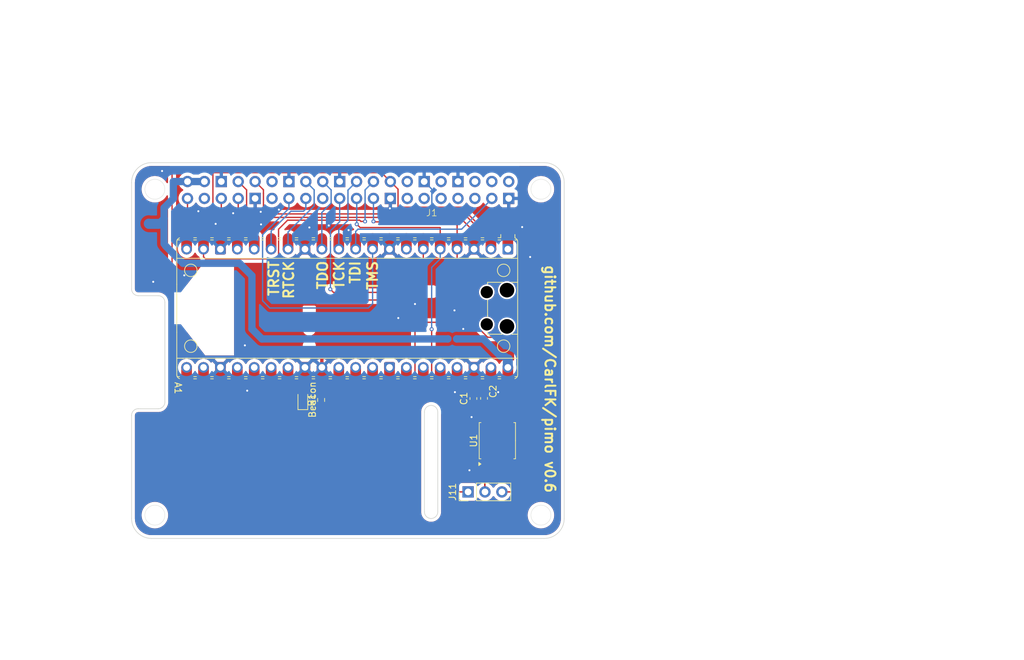
<source format=kicad_pcb>
(kicad_pcb (version 20241229) (generator "pcbnew") (generator_version "9.0")
  (layers (0 "F.Cu" signal) (2 "B.Cu" signal) (13 "F.Paste" user) (15 "B.Paste" user) (5 "F.SilkS" user "F.Silkscreen") (7 "B.SilkS" user "B.Silkscreen") (1 "F.Mask" user) (3 "B.Mask" user) (25 "Edge.Cuts" user))
  (net 0 "")
  (net 1 "/RPI_SPI_CLK")
  (net 2 "/RPI_SPI_MISO")
  (net 3 "unconnected-(A1-RUN-Pad30)")
  (net 5 "Net-(A1-GPIO18)")
  (net 7 "GND")
  (net 9 "/RPI_SPI_MOSI")
  (net 10 "/RPI_SPI_CE1")
  (net 11 "Net-(A1-GPIO16)")
  (net 12 "/RPI_SPI_CE0")
  (net 13 "/NC{slash}TDI")
  (net 15 "/RESET")
  (net 21 "/RTCK")
  (net 23 "unconnected-(A1-VBUS-Pad40)")
  (net 25 "Net-(J11-Pin_2)")
  (net 33 "/SWO{slash}TDO")
  (net 34 "Net-(A1-GPIO17)")
  (net 36 "unconnected-(J1-BCM27-Pad13)")
  (net 39 "/SWDIO{slash}TMS")
  (net 40 "Net-(A1-GPIO19)")
  (net 44 "/SWCLK{slash}TCK")
  (net 55 "/pico3v3")
  (net 58 "unconnected-(J1-BCM22-Pad15)")
  (net 63 "unconnected-(J1-3.3V-Pad1)")
  (net 66 "unconnected-(J1-BCM26-Pad37)")
  (net 67 "unconnected-(J1-BCM24-Pad18)")
  (net 68 "unconnected-(J1-BCM25-Pad22)")
  (footprint "Resistor_SMD:R_0603_1608Metric" (layer "F.Cu") (at 64.9 76.175 90)
    (property "Reference" "R1")
    (property "Value" "4.7k")
  )
  (footprint "LED_SMD:LED_0603_1608Metric" (layer "F.Cu") (at 62.15 76.1375 90)
    (property "Reference" "D1")
    (property "Value" "Beacon")
  )
  (footprint "Capacitor_SMD:C_0603_1608Metric_Pad1.08x0.95mm_HandSolder" (layer "F.Cu") (at 89.375 75.9375 90)
    (property "Reference" "C2")
    (property "Value" "1" (hide yes))
  )
  (footprint "Module_RaspberryPi_Pico:RaspberryPi_Pico_Common" (layer "F.Cu") (at 68.8175 62.39 -90)
    (property "Reference" "A1")
    (property "Value" "RaspberryPi_Pico")
  )
  (footprint "RPI_Hat:RPI_Hat_B+" (layer "F.Cu") (at 68.92 44.495)
    (property "Reference" "J1")
    (property "Value" "RPi_GPIO")
    (fp_line (start -32.5 -1) (end -32.5 15) (stroke (width 0.1)) (layer "Edge.Cuts"))
    (fp_line (start -32.5 34) (end -32.5 49.5) (stroke (width 0.1)) (layer "Edge.Cuts"))
    (fp_line (start -31.5 16) (end -28.5 16) (stroke (width 0.1)) (layer "Edge.Cuts"))
    (fp_line (start -31.5 33) (end -28.5 33) (stroke (width 0.1)) (layer "Edge.Cuts"))
    (fp_line (start -29.5 -4) (end 29.5 -4) (stroke (width 0.1)) (layer "Edge.Cuts"))
    (fp_line (start -29.5 52.5) (end 29.5 52.5) (stroke (width 0.1)) (layer "Edge.Cuts"))
    (fp_line (start -27.5 17) (end -27.5 32) (stroke (width 0.1)) (layer "Edge.Cuts"))
    (fp_line (start 11.5 33.5) (end 11.5 48.5) (stroke (width 0.1)) (layer "Edge.Cuts"))
    (fp_line (start 13.5 33.5) (end 13.5 48.5) (stroke (width 0.1)) (layer "Edge.Cuts"))
    (fp_line (start 32.5 -1) (end 32.5 49.5) (stroke (width 0.1)) (layer "Edge.Cuts"))
    (fp_arc (start -32.5 -1) (mid -31.62132 -3.12132) (end -29.5 -4) (stroke (width 0.1)) (layer "Edge.Cuts"))
    (fp_arc (start -32.5 34) (mid -32.207107 33.292893) (end -31.5 33) (stroke (width 0.1)) (layer "Edge.Cuts"))
    (fp_arc (start -31.5 16) (mid -32.207107 15.707107) (end -32.5 15) (stroke (width 0.1)) (layer "Edge.Cuts"))
    (fp_arc (start -29.5 52.5) (mid -31.62132 51.62132) (end -32.5 49.5) (stroke (width 0.1)) (layer "Edge.Cuts"))
    (fp_arc (start -28.5 16) (mid -27.792893 16.292893) (end -27.5 17) (stroke (width 0.1)) (layer "Edge.Cuts"))
    (fp_arc (start -27.5 32) (mid -27.792893 32.707107) (end -28.5 33) (stroke (width 0.1)) (layer "Edge.Cuts"))
    (fp_arc (start 11.5 33.5) (mid 12.5 32.5) (end 13.5 33.5) (stroke (width 0.1)) (layer "Edge.Cuts"))
    (fp_arc (start 13.5 48.5) (mid 12.5 49.5) (end 11.5 48.5) (stroke (width 0.1)) (layer "Edge.Cuts"))
    (fp_arc (start 29.5 -4) (mid 31.62132 -3.12132) (end 32.5 -1) (stroke (width 0.1)) (layer "Edge.Cuts"))
    (fp_arc (start 32.5 49.5) (mid 31.62132 51.62132) (end 29.5 52.5) (stroke (width 0.1)) (layer "Edge.Cuts"))
    (fp_circle (center -29 0) (end -30.500001 -0.000001) (stroke (width 0.05)) (fill no) (layer "Edge.Cuts"))
    (fp_circle (center -29 49) (end -30.500001 49.000001) (stroke (width 0.05)) (fill no) (layer "Edge.Cuts"))
    (fp_circle (center 29 0) (end 30.500001 -0.000001) (stroke (width 0.05)) (fill no) (layer "Edge.Cuts"))
    (fp_circle (center 29 49) (end 30.500001 49.000001) (stroke (width 0.05)) (fill no) (layer "Edge.Cuts"))
  )
  (footprint "Connector_PinHeader_2.54mm:PinHeader_1x03_P2.54mm_Vertical" (layer "F.Cu") (at 86.975 90 90)
    (property "Reference" "J11")
    (property "Value" "Conn_01x03_Pin")
  )
  (footprint "Package_SO:SOIC-8_5.23x5.23mm_P1.27mm" (layer "F.Cu") (at 91.375 82.3 90)
    (property "Reference" "U1")
    (property "Value" "W25Q32JVSS")
  )
  (footprint "Capacitor_SMD:C_0603_1608Metric_Pad1.08x0.95mm_HandSolder" (layer "F.Cu") (at 87.775 75.9625 90)
    (property "Reference" "C1")
    (property "Value" ".1" (hide yes))
  )
  (gr_text "github.com/CarlFK/pimo v0.6" (at 98.4 55.76 270) (layer "F.SilkS") (effects (font (size 1.5 1.5) (thickness 0.3) (bold yes)) (justify left bottom)))
  (gr_text "TCK" (at 68.48 59.65 90) (layer "F.SilkS") (effects (font (size 1.5 1.5) (thickness 0.3) (bold yes)) (justify left bottom)))
  (gr_text "TMS" (at 73.5 59.792857 90) (layer "F.SilkS") (effects (font (size 1.5 1.5) (thickness 0.3) (bold yes)) (justify left bottom)))
  (gr_text "TDO" (at 66 59.721429 90) (layer "F.SilkS") (effects (font (size 1.5 1.5) (thickness 0.3) (bold yes)) (justify left bottom)))
  (gr_text "TRST\n" (at 58.67 60.710178 90) (layer "F.SilkS") (effects (font (size 1.5 1.5) (thickness 0.3) (bold yes)) (justify left bottom)))
  (gr_text "RTCK" (at 60.91 61.15 90) (layer "F.SilkS") (effects (font (size 1.5 1.5) (thickness 0.3) (bold yes)) (justify left bottom)))
  (gr_text "TDI" (at 70.89 58.864286 90) (layer "F.SilkS") (effects (font (size 1.5 1.5) (thickness 0.3) (bold yes)) (justify left bottom)))
  (segment (start 53.6985 47.3285) (end 55.1 48.73) (width 0.2) (layer "F.Cu") (net 0))
  (segment (start 57.14 48.2) (end 86.375686 48.2) (width 0.2) (layer "F.Cu") (net 0))
  (segment (start 88.935686 50.76) (end 92.67 50.76) (width 0.2) (layer "F.Cu") (net 0))
  (segment (start 57.14 48.2) (end 56.31 47.37) (width 0.2) (layer "F.Cu") (net 0))
  (segment (start 49.9 47.75) (end 49.9 45.873) (width 0.2) (layer "F.Cu") (net 0))
  (segment (start 54.8475 53.5) (end 54.8475 50.0675) (width 0.2) (layer "F.Cu") (net 0))
  (segment (start 90.4075 52.0475) (end 89.59 51.23) (width 0.2) (layer "F.Cu") (net 0))
  (segment (start 92.9475 51.0375) (end 92.9475 53.5) (width 0.2) (layer "F.Cu") (net 0))
  (segment (start 87.789969 50.789969) (end 88.399969 50.789969) (width 0.2) (layer "F.Cu") (net 0))
  (segment (start 53.6985 44.5915) (end 53.6985 47.3285) (width 0.2) (layer "F.Cu") (net 0))
  (segment (start 88.84 51.23) (end 88.93 51.23) (width 0.2) (layer "F.Cu") (net 0))
  (segment (start 86.375686 48.2) (end 88.935686 50.76) (width 0.2) (layer "F.Cu") (net 0))
  (segment (start 56.595 47.655) (end 56.23 47.29) (width 0.2) (layer "F.Cu") (net 0))
  (segment (start 52.3075 50.1575) (end 49.9 47.75) (width 0.2) (layer "F.Cu") (net 0))
  (segment (start 56.37 47.43) (end 56.595 47.655) (width 0.2) (layer "F.Cu") (net 0))
  (segment (start 56.2135 44.5665) (end 56.23 44.583) (width 0.2) (layer "F.Cu") (net 0))
  (segment (start 54.8475 50.0675) (end 52.44 47.66) (width 0.2) (layer "F.Cu") (net 0))
  (segment (start 52.44 47.66) (end 52.44 45.873) (width 0.2) (layer "F.Cu") (net 0))
  (segment (start 54.98 43.333) (end 56.2135 44.5665) (width 0.2) (layer "F.Cu") (net 0))
  (segment (start 52.44 43.333) (end 53.6985 44.5915) (width 0.2) (layer "F.Cu") (net 0))
  (segment (start 89.59 51.23) (end 88.93 51.23) (width 0.2) (layer "F.Cu") (net 0))
  (segment (start 52.3075 53.5) (end 52.3075 50.1575) (width 0.2) (layer "F.Cu") (net 0))
  (segment (start 85.73 48.73) (end 87.789969 50.789969) (width 0.2) (layer "F.Cu") (net 0))
  (segment (start 90.4075 53.5) (end 90.4075 52.0475) (width 0.2) (layer "F.Cu") (net 0))
  (segment (start 56.23 47.29) (end 56.23 45.14) (width 0.2) (layer "F.Cu") (net 0))
  (segment (start 55.1 48.73) (end 85.73 48.73) (width 0.2) (layer "F.Cu") (net 0))
  (segment (start 92.67 50.76) (end 92.9475 51.0375) (width 0.2) (layer "F.Cu") (net 0))
  (segment (start 56.595 47.655) (end 57.14 48.2) (width 0.2) (layer "F.Cu") (net 0))
  (segment (start 88.399969 50.789969) (end 88.84 51.23) (width 0.2) (layer "F.Cu") (net 0))
  (segment (start 56.23 44.583) (end 56.23 45.14) (width 0.2) (layer "F.Cu") (net 0))
  (segment (start 44.82 43.333) (end 42.7 43.333) (width 1.1) (layer "B.Cu") (net 0))
  (segment (start 44.82 43.333) (end 47.36 43.333) (width 1.1) (layer "B.Cu") (net 0))
  (segment (start 39.04 49.7) (end 39 49.66) (width 1.5) (layer "B.Cu") (net 0))
  (segment (start 42.7 45.9) (end 41.3 47.3) (width 1.1) (layer "B.Cu") (net 0))
  (segment (start 52.625 55.625) (end 54.5 57.5) (width 1.1) (layer "B.Cu") (net 0))
  (segment (start 41.51 53) (end 44.135 55.625) (width 1.1) (layer "B.Cu") (net 0))
  (segment (start 40.5 49.7) (end 39.04 49.7) (width 1.5) (layer "B.Cu") (net 0))
  (segment (start 56 67) (end 83.93 67) (width 1.1) (layer "B.Cu") (net 0))
  (segment (start 41.3 48.9) (end 40.5 49.7) (width 1.1) (layer "B.Cu") (net 0))
  (segment (start 83.93 67) (end 83.95 66.98) (width 1.1) (layer "B.Cu") (net 0))
  (segment (start 41.3 47.3) (end 41.3 48.9) (width 1.1) (layer "B.Cu") (net 0))
  (segment (start 41.3 48.9) (end 41.3 52.7) (width 1.1) (layer "B.Cu") (net 0))
  (segment (start 42.7 43.333) (end 42.7 45.9) (width 1.1) (layer "B.Cu") (net 0))
  (segment (start 54.5 65.5) (end 56 67) (width 1.1) (layer "B.Cu") (net 0))
  (segment (start 54.5 57.5) (end 54.5 65.5) (width 1.1) (layer "B.Cu") (net 0))
  (segment (start 44.135 55.625) (end 52.625 55.625) (width 1.1) (layer "B.Cu") (net 0))
  (segment (start 92.01 80.25) (end 92.01 78.7) (width 0.2) (layer "F.Cu") (net 1))
  (segment (start 93.25 56.75) (end 95 58.5) (width 0.2) (layer "F.Cu") (net 1))
  (segment (start 92.26 80.5) (end 92.01 80.25) (width 0.2) (layer "F.Cu") (net 1))
  (segment (start 84.805 49.4) (end 85.3275 49.9225) (width 0.2) (layer "F.Cu") (net 1))
  (segment (start 72.83 49.4) (end 84.805 49.4) (width 0.2) (layer "F.Cu") (net 1))
  (segment (start 86 56.75) (end 93.25 56.75) (width 0.2) (layer "F.Cu") (net 1))
  (segment (start 94.75 80.5) (end 92.26 80.5) (width 0.2) (layer "F.Cu") (net 1))
  (segment (start 85.3275 49.9225) (end 85.3275 53.5) (width 0.2) (layer "F.Cu") (net 1))
  (segment (start 85.3275 56.0775) (end 86 56.75) (width 0.2) (layer "F.Cu") (net 1))
  (segment (start 72.76 49.33) (end 72.83 49.4) (width 0.2) (layer "F.Cu") (net 1))
  (segment (start 95 80.25) (end 94.75 80.5) (width 0.2) (layer "F.Cu") (net 1))
  (segment (start 85.3275 53.5) (end 85.3275 56.0775) (width 0.2) (layer "F.Cu") (net 1))
  (segment (start 95 58.5) (end 95 80.25) (width 0.2) (layer "F.Cu") (net 1))
  (via (at 72.76 49.33) (size 0.6) (drill 0.3) (layers "F.Cu" "B.Cu") (net 1))
  (segment (start 72.76 49.33) (end 72.76 45.873) (width 0.2) (layer "B.Cu") (net 1))
  (segment (start 81.5 74.82) (end 86.75 80.07) (width 0.2) (layer "F.Cu") (net 2))
  (segment (start 86.75 80.07) (end 86.75 83.21) (width 0.2) (layer "F.Cu") (net 2))
  (segment (start 82.75 50.25) (end 82.7875 50.2875) (width 0.2) (layer "F.Cu") (net 2))
  (segment (start 82.7875 50.2875) (end 82.7875 53.5) (width 0.2) (layer "F.Cu") (net 2))
  (segment (start 70.75 50.25) (end 82.75 50.25) (width 0.2) (layer "F.Cu") (net 2))
  (segment (start 86.75 83.21) (end 89.98 83.21) (width 0.2) (layer "F.Cu") (net 2))
  (segment (start 70.25 49.75) (end 70.75 50.25) (width 0.2) (layer "F.Cu") (net 2))
  (segment (start 90.74 83.97) (end 90.74 85.9) (width 0.2) (layer "F.Cu") (net 2))
  (segment (start 89.98 83.21) (end 90.74 83.97) (width 0.2) (layer "F.Cu") (net 2))
  (segment (start 81.5 65.54) (end 81.5 74.82) (width 0.2) (layer "F.Cu") (net 2))
  (via (at 81.5 65.54) (size 0.6) (drill 0.3) (layers "F.Cu" "B.Cu") (net 2))
  (via (at 70.25 49.75) (size 0.6) (drill 0.3) (layers "F.Cu" "B.Cu") (net 2))
  (segment (start 81.5 65.54) (end 81.5 56.25) (width 0.2) (layer "B.Cu") (net 2))
  (segment (start 81.5 56.25) (end 82.7875 54.9625) (width 0.2) (layer "B.Cu") (net 2))
  (segment (start 70.25 49.75) (end 70.25 45.903) (width 0.2) (layer "B.Cu") (net 2))
  (segment (start 70.25 45.903) (end 70.22 45.873) (width 0.2) (layer "B.Cu") (net 2))
  (segment (start 82.7875 54.9625) (end 82.7875 53.5) (width 0.2) (layer "B.Cu") (net 2))
  (segment (start 67.62 82.34) (end 67.59 82.31) (width 0.2) (layer "F.Cu") (net 3))
  (segment (start 67.62 82.5) (end 61.12 82.5) (width 0.2) (layer "F.Cu") (net 3))
  (segment (start 67.5475 73.8925) (end 67.61 73.955) (width 0.2) (layer "F.Cu") (net 3))
  (segment (start 67.57 83.06) (end 67.57 80.73) (width 0.2) (layer "F.Cu") (net 3))
  (segment (start 67.61 80.69) (end 67.57 80.73) (width 0.2) (layer "F.Cu") (net 3))
  (segment (start 67.61 75.76) (end 67.61 80.69) (width 0.2) (layer "F.Cu") (net 3))
  (segment (start 67.59 83.25) (end 67.59 83.08) (width 0.2) (layer "F.Cu") (net 3))
  (segment (start 67.59 82.31) (end 67.59 83.25) (width 0.2) (layer "F.Cu") (net 3))
  (segment (start 67.5475 71.28) (end 67.5475 73.8925) (width 0.2) (layer "F.Cu") (net 3))
  (segment (start 67.59 83.08) (end 67.57 83.06) (width 0.2) (layer "F.Cu") (net 3))
  (segment (start 67.61 73.955) (end 67.61 75.76) (width 0.2) (layer "F.Cu") (net 3))
  (segment (start 87.8675 71.28) (end 87.8675 72.6175) (width 0.2) (layer "F.Cu") (net 7))
  (segment (start 87.8675 72.7525) (end 86.62 74) (width 0.2) (layer "F.Cu") (net 7))
  (segment (start 87.8675 72.6175) (end 89.11 73.86) (width 0.2) (layer "F.Cu") (net 7))
  (segment (start 87.8675 72.7525) (end 87.8675 71.28) (width 0.2) (layer "F.Cu") (net 7))
  (via (at 41 41.75) (size 0.6) (drill 0.3) (layers "F.Cu" "B.Cu") (net 7))
  (via (at 87.18 86.75) (size 0.6) (drill 0.3) (layers "F.Cu" "B.Cu") (net 7))
  (via (at 55.82 47.89) (size 0.6) (drill 0.3) (layers "F.Cu" "B.Cu") (net 7))
  (via (at 53.79 74.78) (size 0.6) (drill 0.3) (layers "F.Cu" "B.Cu") (net 7))
  (via (at 95.1 50.18) (size 0.6) (drill 0.3) (layers "F.Cu" "B.Cu") (net 7))
  (via (at 86.25 65.5) (size 0.6) (drill 0.3) (layers "F.Cu" "B.Cu") (net 7))
  (via (at 55.87 49.78) (size 0.6) (drill 0.3) (layers "F.Cu" "B.Cu") (net 7))
  (via (at 46.45 47.8) (size 0.6) (drill 0.3) (layers "F.Cu" "B.Cu") (net 7))
  (via (at 44.34 57.44) (size 0.6) (drill 0.3) (layers "F.Cu" "B.Cu") (net 7))
  (via (at 39.67 58.41) (size 0.6) (drill 0.3) (layers "F.Cu" "B.Cu") (net 7))
  (via (at 91.5 75) (size 0.6) (drill 0.3) (layers "F.Cu" "B.Cu") (net 7))
  (via (at 66.04 49.94) (size 0.6) (drill 0.3) (layers "F.Cu" "B.Cu") (net 7))
  (via (at 58.55 47.56) (size 0.6) (drill 0.3) (layers "F.Cu" "B.Cu") (net 7))
  (via (at 63.13 50.24) (size 0.6) (drill 0.3) (layers "F.Cu" "B.Cu") (net 7))
  (via (at 69.02 50.64) (size 0.6) (drill 0.3) (layers "F.Cu" "B.Cu") (net 7))
  (via (at 85 75) (size 0.6) (drill 0.3) (layers "F.Cu" "B.Cu") (net 7))
  (via (at 96.3 54.68) (size 0.6) (drill 0.3) (layers "F.Cu" "B.Cu") (net 7))
  (via (at 84.93 62.71) (size 0.6) (drill 0.3) (layers "F.Cu" "B.Cu") (net 7))
  (via (at 87.5 78.75) (size 0.6) (drill 0.3) (layers "F.Cu" "B.Cu") (net 7))
  (via (at 76.49 63.86) (size 0.6) (drill 0.3) (layers "F.Cu" "B.Cu") (net 7))
  (via (at 53.44 67.97) (size 0.6) (drill 0.3) (layers "F.Cu" "B.Cu") (net 7))
  (via (at 51.68 48.1) (size 0.6) (drill 0.3) (layers "F.Cu" "B.Cu") (net 7))
  (via (at 79 61.75) (size 0.6) (drill 0.3) (layers "F.Cu" "B.Cu") (net 7))
  (via (at 49.05 49.7) (size 0.6) (drill 0.3) (layers "F.Cu" "B.Cu") (net 7))
  (via (at 75.23 47.37) (size 0.6) (drill 0.3) (layers "F.Cu" "B.Cu") (net 7))
  (segment (start 80.38 43.333) (end 81.53 44.483) (width 0.2) (layer "B.Cu") (net 7))
  (segment (start 81.53 46.97) (end 81.5 47) (width 0.2) (layer "B.Cu") (net 7))
  (segment (start 81.53 44.483) (end 81.53 46.97) (width 0.2) (layer "B.Cu") (net 7))
  (segment (start 94.5 66.75) (end 94.5 75.25) (width 0.2) (layer "F.Cu") (net 9))
  (segment (start 88.5125 65.2625) (end 88.5125 65.343122) (width 0.2) (layer "F.Cu") (net 9))
  (segment (start 93.28 76.47) (end 93.28 78.7) (width 0.2) (layer "F.Cu") (net 9))
  (segment (start 88.5125 65.343122) (end 89.919378 66.75) (width 0.2) (layer "F.Cu") (net 9))
  (segment (start 66.275 59.525) (end 66.75 60) (width 0.2) (layer "F.Cu") (net 9))
  (segment (start 87.75 64.5) (end 88.5125 65.2625) (width 0.2) (layer "F.Cu") (net 9))
  (segment (start 66.75 60) (end 80.2475 60) (width 0.2) (layer "F.Cu") (net 9))
  (segment (start 80.5 64.5) (end 80.2475 64.2475) (width 0.2) (layer "F.Cu") (net 9))
  (segment (start 80.2475 60) (end 80.2475 59.25) (width 0.2) (layer "F.Cu") (net 9))
  (segment (start 94.5 75.25) (end 93.28 76.47) (width 0.2) (layer "F.Cu") (net 9))
  (segment (start 80.2475 64.2475) (end 80.2475 59.25) (width 0.2) (layer "F.Cu") (net 9))
  (segment (start 80.5 64.5) (end 87.75 64.5) (width 0.2) (layer "F.Cu") (net 9))
  (segment (start 89.919378 66.75) (end 94.5 66.75) (width 0.2) (layer "F.Cu") (net 9))
  (segment (start 80.2475 59.25) (end 80.2475 53.5) (width 0.2) (layer "F.Cu") (net 9))
  (via (at 66.275 59.525) (size 0.6) (drill 0.3) (layers "F.Cu" "B.Cu") (net 9))
  (segment (start 67.68 45.873) (end 67.68 49.37) (width 0.2) (layer "B.Cu") (net 9))
  (segment (start 67.68 49.37) (end 66.3 50.75) (width 0.2) (layer "B.Cu") (net 9))
  (segment (start 66.3 50.75) (end 66.3 59.5) (width 0.2) (layer "B.Cu") (net 9))
  (segment (start 95.4 87.25) (end 94.87 86.72) (width 0.2) (layer "F.Cu") (net 10))
  (segment (start 48.75 42) (end 73.967 42) (width 0.2) (layer "F.Cu") (net 10))
  (segment (start 95.4 89.6) (end 95.4 87.25) (width 0.2) (layer "F.Cu") (net 10))
  (segment (start 92.055 90) (end 95 90) (width 0.2) (layer "F.Cu") (net 10))
  (segment (start 73.967 42) (end 75.3 43.333) (width 0.2) (layer "F.Cu") (net 10))
  (segment (start 44.6875 50.5625) (end 44.85 50.4) (width 0.2) (layer "F.Cu") (net 10))
  (segment (start 95.4 86.19) (end 95.4 58.334314) (width 0.2) (layer "F.Cu") (net 10))
  (segment (start 94.87 86.72) (end 95.4 86.19) (width 0.2) (layer "F.Cu") (net 10))
  (segment (start 93.425686 50.36) (end 89.101372 50.36) (width 0.2) (layer "F.Cu") (net 10))
  (segment (start 44.85 50.4) (end 45.95 50.4) (width 0.2) (layer "F.Cu") (net 10))
  (segment (start 45.95 50.4) (end 48.64 47.71) (width 0.2) (layer "F.Cu") (net 10))
  (segment (start 85.941372 47.2) (end 76.45 47.2) (width 0.2) (layer "F.Cu") (net 10))
  (segment (start 95.4 87.465) (end 95.4 87.25) (width 0.2) (layer "F.Cu") (net 10))
  (segment (start 76.45 44.483) (end 75.3 43.333) (width 0.2) (layer "F.Cu") (net 10))
  (segment (start 48.64 47.71) (end 48.64 42.11) (width 0.2) (layer "F.Cu") (net 10))
  (segment (start 94.87 57.804314) (end 94.87 51.804314) (width 0.2) (layer "F.Cu") (net 10))
  (segment (start 94.87 51.804314) (end 93.425686 50.36) (width 0.2) (layer "F.Cu") (net 10))
  (segment (start 44.6875 53.5) (end 44.6875 50.5625) (width 0.2) (layer "F.Cu") (net 10))
  (segment (start 89.101372 50.36) (end 85.941372 47.2) (width 0.2) (layer "F.Cu") (net 10))
  (segment (start 76.45 47.2) (end 76.45 44.483) (width 0.2) (layer "F.Cu") (net 10))
  (segment (start 95.4 58.334314) (end 94.87 57.804314) (width 0.2) (layer "F.Cu") (net 10))
  (segment (start 95 90) (end 95.4 89.6) (width 0.2) (layer "F.Cu") (net 10))
  (segment (start 48.64 42.11) (end 48.75 42) (width 0.2) (layer "F.Cu") (net 10))
  (segment (start 85.5 90) (end 85.33 89.83) (width 0.2) (layer "F.Cu") (net 12))
  (segment (start 85.33 89.83) (end 85.33 79.638591) (width 0.2) (layer "F.Cu") (net 12))
  (segment (start 75.91 61.15) (end 64.32 61.15) (width 0.2) (layer "F.Cu") (net 12))
  (segment (start 85.33 79.638591) (end 79 73.308591) (width 0.2) (layer "F.Cu") (net 12))
  (segment (start 58.13 54.96) (end 47.53 54.96) (width 0.2) (layer "F.Cu") (net 12))
  (segment (start 86.975 90) (end 85.5 90) (width 0.2) (layer "F.Cu") (net 12))
  (segment (start 70.69 49.15) (end 59.855 49.15) (width 0.2) (layer "F.Cu") (net 12))
  (segment (start 47.2275 54.6575) (end 47.2275 53.5) (width 0.2) (layer "F.Cu") (net 12))
  (segment (start 79 64.24) (end 75.91 61.15) (width 0.2) (layer "F.Cu") (net 12))
  (segment (start 59.855 49.15) (end 58.5 50.505) (width 0.2) (layer "F.Cu") (net 12))
  (segment (start 58.24 54.96) (end 58.13 54.96) (width 0.2) (layer "F.Cu") (net 12))
  (segment (start 64.32 61.15) (end 58.13 54.96) (width 0.2) (layer "F.Cu") (net 12))
  (segment (start 79 73.308591) (end 79 64.24) (width 0.2) (layer "F.Cu") (net 12))
  (segment (start 58.5 50.505) (end 58.5 54.7) (width 0.2) (layer "F.Cu") (net 12))
  (segment (start 71.5 49.33) (end 70.87 49.33) (width 0.2) (layer "F.Cu") (net 12))
  (segment (start 58.5 54.7) (end 58.24 54.96) (width 0.2) (layer "F.Cu") (net 12))
  (segment (start 47.53 54.96) (end 47.2275 54.6575) (width 0.2) (layer "F.Cu") (net 12))
  (segment (start 70.87 49.33) (end 70.69 49.15) (width 0.2) (layer "F.Cu") (net 12))
  (via (at 71.5 49.33) (size 0.6) (drill 0.3) (layers "F.Cu" "B.Cu") (net 12))
  (segment (start 71.5 49.33) (end 71.5 44.593) (width 0.2) (layer "B.Cu") (net 12))
  (segment (start 71.5 44.593) (end 72.76 43.333) (width 0.2) (layer "B.Cu") (net 12))
  (segment (start 63.85 44.583) (end 62.6 43.333) (width 0.2) (layer "B.Cu") (net 21))
  (segment (start 63.85 47) (end 63.85 44.583) (width 0.2) (layer "B.Cu") (net 21))
  (segment (start 59.9275 53.5) (end 59.9275 50.9225) (width 0.2) (layer "B.Cu") (net 21))
  (segment (start 59.9275 50.9225) (end 63.85 47) (width 0.2) (layer "B.Cu") (net 21))
  (segment (start 89.25014 67) (end 85.27 67) (width 1.1) (layer "B.Cu") (net 23))
  (segment (start 92.5 69.6) (end 91.85014 69.6) (width 1.1) (layer "B.Cu") (net 23))
  (segment (start 91.85014 69.6) (end 89.25014 67) (width 1.1) (layer "B.Cu") (net 23))
  (segment (start 92.9475 70.0475) (end 92.5 69.6) (width 1.1) (layer "B.Cu") (net 23))
  (segment (start 85.27 67) (end 85.25 66.98) (width 1.1) (layer "B.Cu") (net 23))
  (segment (start 92.9475 71.28) (end 92.9475 70.0475) (width 1.5) (layer "B.Cu") (net 23))
  (segment (start 89.515 85.945) (end 89.47 85.9) (width 0.2) (layer "F.Cu") (net 25))
  (segment (start 89.515 90) (end 89.515 85.945) (width 0.2) (layer "F.Cu") (net 25))
  (segment (start 89.47 85.9) (end 89.47 89.425) (width 0.2) (layer "F.Cu") (net 25))
  (segment (start 56.1 55.28) (end 56.1 61.27) (width 0.2) (layer "B.Cu") (net 36))
  (segment (start 58.037157 49.397157) (end 56.1 51.334314) (width 0.2) (layer "B.Cu") (net 36))
  (segment (start 71.98 62.35) (end 72.6275 61.7025) (width 0.2) (layer "B.Cu") (net 36))
  (segment (start 56.1 55.08) (end 56.1 55.28) (width 0.2) (layer "B.Cu") (net 36))
  (segment (start 56.1 51.334314) (end 56.1 55.08) (width 0.2) (layer "B.Cu") (net 36))
  (segment (start 60.06 47.374314) (end 58.037157 49.397157) (width 0.2) (layer "B.Cu") (net 36))
  (segment (start 72.6275 61.7025) (end 72.6275 53.5) (width 0.2) (layer "B.Cu") (net 36))
  (segment (start 60.06 45.873) (end 60.06 47.374314) (width 0.2) (layer "B.Cu") (net 36))
  (segment (start 57.18 62.35) (end 71.98 62.35) (width 0.2) (layer "B.Cu") (net 36))
  (segment (start 56.1 61.27) (end 57.18 62.35) (width 0.2) (layer "B.Cu") (net 36))
  (segment (start 42.2175 59.1325) (end 42.2175 64.25985) (width 0.2) (layer "F.Cu") (net 40))
  (segment (start 41.23 55.92) (end 42.49 55.92) (width 0.2) (layer "F.Cu") (net 40))
  (segment (start 42.217575 65.737575) (end 42.68 66.2) (width 0.2) (layer "F.Cu") (net 40))
  (segment (start 42.217575 64.259925) (end 42.217575 65.737575) (width 0.2) (layer "F.Cu") (net 40))
  (segment (start 42.7 76.6) (end 42.68 76.58) (width 0.2) (layer "F.Cu") (net 40))
  (segment (start 44.25 80.69) (end 44.25 87.19) (width 0.2) (layer "F.Cu") (net 40))
  (segment (start 54.8475 71.28) (end 54.8475 78.3625) (width 0.2) (layer "F.Cu") (net 40))
  (segment (start 42.5 58.85) (end 42.2175 59.1325) (width 0.2) (layer "F.Cu") (net 40))
  (segment (start 52.06 78.73) (end 52.07 78.72) (width 0.2) (layer "F.Cu") (net 40))
  (segment (start 52.06 80.83) (end 52.06 78.73) (width 0.2) (layer "F.Cu") (net 40))
  (segment (start 99.22 55.78) (end 99.22 57.09) (width 0.2) (layer "F.Cu") (net 40))
  (segment (start 42.69 78.56) (end 42.85 78.72) (width 0.2) (layer "F.Cu") (net 40))
  (segment (start 42.2175 64.25985) (end 42.217575 64.259925) (width 0.2) (layer "F.Cu") (net 40))
  (segment (start 42.69 76.59) (end 42.69 78.56) (width 0.2) (layer "F.Cu") (net 40))
  (segment (start 96.74 53.3) (end 99.22 55.78) (width 0.2) (layer "F.Cu") (net 40))
  (segment (start 46 76.67) (end 45.93 76.6) (width 0.2) (layer "F.Cu") (net 40))
  (segment (start 93.11 48.44) (end 95.06 48.44) (width 0.2) (layer "F.Cu") (net 40))
  (segment (start 42.81 41.51) (end 94.12 41.51) (width 0.2) (layer "F.Cu") (net 40))
  (segment (start 44.25 78.72) (end 42.85 78.72) (width 0.2) (layer "F.Cu") (net 40))
  (segment (start 95.03 42.42) (end 95.03 48.39) (width 0.2) (layer "F.Cu") (net 40))
  (segment (start 44.25 80.69) (end 44.25 78.72) (width 0.2) (layer "F.Cu") (net 40))
  (segment (start 94.12 41.51) (end 95.03 42.42) (width 0.2) (layer "F.Cu") (net 40))
  (segment (start 52.07 78.72) (end 44.25 78.72) (width 0.2) (layer "F.Cu") (net 40))
  (segment (start 54.49 78.72) (end 52.07 78.72) (width 0.2) (layer "F.Cu") (net 40))
  (segment (start 42.49 55.92) (end 42.5 55.91) (width 0.2) (layer "F.Cu") (net 40))
  (segment (start 45.93 76.6) (end 45.93 78.67) (width 0.2) (layer "F.Cu") (net 40))
  (segment (start 42.5 41.74) (end 42.75 41.49) (width 0.2) (layer "F.Cu") (net 40))
  (segment (start 96.74 50.12) (end 96.74 53.3) (width 0.2) (layer "F.Cu") (net 40))
  (segment (start 42.5 55.91) (end 42.5 41.74) (width 0.2) (layer "F.Cu") (net 40))
  (segment (start 42.5 55.91) (end 42.5 58.85) (width 0.2) (layer "F.Cu") (net 40))
  (segment (start 42.68 76.58) (end 42.69 76.59) (width 0.2) (layer "F.Cu") (net 40))
  (segment (start 95.03 48.39) (end 95.08 48.44) (width 0.2) (layer "F.Cu") (net 40))
  (segment (start 54.8475 78.3625) (end 54.49 78.72) (width 0.2) (layer "F.Cu") (net 40))
  (segment (start 95.06 48.44) (end 96.74 50.12) (width 0.2) (layer "F.Cu") (net 40))
  (segment (start 42.68 66.2) (end 42.68 76.58) (width 0.2) (layer "F.Cu") (net 40))
  (segment (start 45.93 78.67) (end 46 78.74) (width 0.2) (layer "F.Cu") (net 40))
  (segment (start 89.35 76.825) (end 89.375 76.8) (width 0.2) (layer "F.Cu") (net 55))
  (segment (start 87.775 76.825) (end 89.35 76.825) (width 0.5588) (layer "F.Cu") (net 55))
  (segment (start 87.8 76.8) (end 87.775 76.825) (width 0.2) (layer "F.Cu") (net 55))
  (segment (start 82.7875 75.0625) (end 82.7875 71.28) (width 0.5588) (layer "F.Cu") (net 55))
  (segment (start 84.55 76.825) (end 82.7875 75.0625) (width 0.5588) (layer "F.Cu") (net 55))
  (segment (start 89.375 78.605) (end 89.47 78.7) (width 0.2) (layer "F.Cu") (net 55))
  (segment (start 89.375 76.8) (end 89.375 78.605) (width 0.5588) (layer "F.Cu") (net 55))
  (segment (start 87.775 76.825) (end 84.55 76.825) (width 0.5588) (layer "F.Cu") (net 55))
  (segment (start 57.3875 53.5) (end 57.3875 50.7725) (width 0.2) (layer "B.Cu") (net 58))
  (segment (start 60.36 47.8) (end 62.25 47.8) (width 0.2) (layer "B.Cu") (net 58))
  (segment (start 62.6 47.45) (end 62.6 45.873) (width 0.2) (layer "B.Cu") (net 58))
  (segment (start 62.25 47.8) (end 62.6 47.45) (width 0.2) (layer "B.Cu") (net 58))
  (segment (start 57.3875 50.7725) (end 60.36 47.8) (width 0.2) (layer "B.Cu") (net 58))
  (segment (start 44.82 48.06) (end 44.63 48.25) (width 0.2) (layer "F.Cu") (net 63))
  (segment (start 44.82 45.873) (end 44.82 48.06) (width 0.2) (layer "F.Cu") (net 63))
  (segment (start 44.63 48.25) (end 44.12 48.25) (width 0.2) (layer "F.Cu") (net 63))
  (segment (start 70.0875 50.8425) (end 70.43 50.5) (width 0.2) (layer "B.Cu") (net 66))
  (segment (start 70.43 50.5) (end 86 50.5) (width 0.2) (layer "B.Cu") (net 66))
  (segment (start 90.54 45.96) (end 90.54 45.873) (width 0.2) (layer "B.Cu") (net 66))
  (segment (start 86 50.5) (end 90.54 45.96) (width 0.2) (layer "B.Cu") (net 66))
  (segment (start 70.0875 53.5) (end 70.0875 50.8425) (width 0.2) (layer "B.Cu") (net 66))
  (segment (start 65.14 43.333) (end 66.4 44.593) (width 0.2) (layer "B.Cu") (net 67))
  (segment (start 65.0075 47.9925) (end 65.0075 53.5) (width 0.2) (layer "B.Cu") (net 67))
  (segment (start 66.4 44.593) (end 66.4 46.6) (width 0.2) (layer "B.Cu") (net 67))
  (segment (start 66.4 46.6) (end 65.0075 47.9925) (width 0.2) (layer "B.Cu") (net 67))
  (segment (start 68.93 49.17) (end 68.93 46.77) (width 0.2) (layer "B.Cu") (net 68))
  (segment (start 68.93 44.623) (end 70.22 43.333) (width 0.2) (layer "B.Cu") (net 68))
  (segment (start 67.5475 50.5675) (end 67.54 50.56) (width 0.2) (layer "B.Cu") (net 68))
  (segment (start 68.705 49.395) (end 68.93 49.17) (width 0.2) (layer "B.Cu") (net 68))
  (segment (start 67.5475 53.5) (end 67.5475 50.5675) (width 0.2) (layer "B.Cu") (net 68))
  (segment (start 67.54 50.56) (end 68.705 49.395) (width 0.2) (layer "B.Cu") (net 68))
  (segment (start 68.93 46.77) (end 68.93 44.623) (width 0.2) (layer "B.Cu") (net 68))
  (segment (start 68.705 49.395) (end 68.86 49.24) (width 0.2) (layer "B.Cu") (net 68))
  (zone (net 7) (net_name "GND") (layers "F.Cu" "B.Cu") (connect_pads (clearance 0.5)) (min_thickness 0.25) (fill yes (thermal_gap 0.5) (thermal_bridge_width 0.5))
    (polygon (pts (xy 17.33 16.17) (xy 129.76 16.04) (xy 129.89 115.1) (xy 16.65 115.28)))
  )
)
</source>
